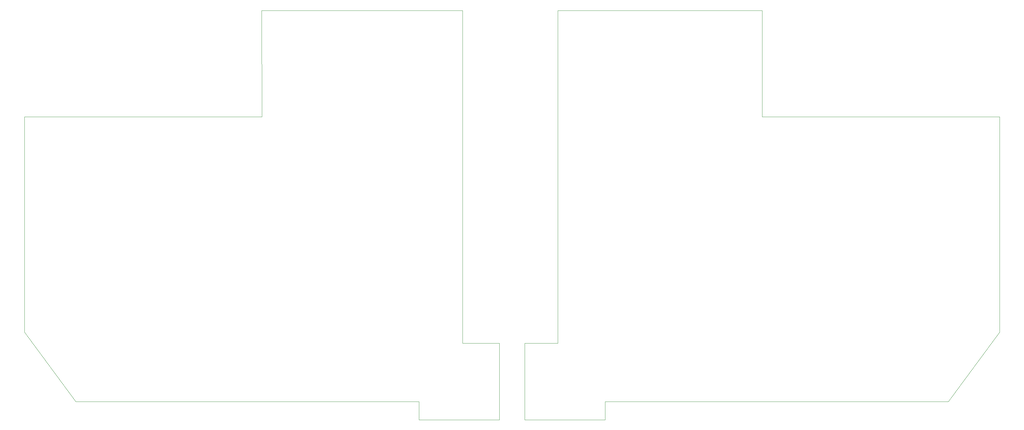
<source format=gko>
G04 #@! TF.GenerationSoftware,KiCad,Pcbnew,(5.1.2)-2*
G04 #@! TF.CreationDate,2020-04-10T00:12:26+09:00*
G04 #@! TF.ProjectId,original_keyboard,6f726967-696e-4616-9c5f-6b6579626f61,0.1*
G04 #@! TF.SameCoordinates,Original*
G04 #@! TF.FileFunction,Profile,NP*
%FSLAX46Y46*%
G04 Gerber Fmt 4.6, Leading zero omitted, Abs format (unit mm)*
G04 Created by KiCad (PCBNEW (5.1.2)-2) date 2020-04-10 00:12:26*
%MOMM*%
%LPD*%
G04 APERTURE LIST*
%ADD10C,0.050000*%
G04 APERTURE END LIST*
D10*
X269000000Y-156000000D02*
X283000000Y-137000000D01*
X266000000Y-156000000D02*
X269000000Y-156000000D01*
X283000000Y-137000000D02*
X283000000Y-134000000D01*
X162000000Y-48815830D02*
X162000000Y-140000000D01*
X162000000Y-48815830D02*
X218000000Y-48815830D01*
X218000000Y-48815830D02*
X218000000Y-78000000D01*
X175000000Y-161000000D02*
X175000000Y-156000000D01*
X283000000Y-78000000D02*
X283000000Y-134000000D01*
X175000000Y-156000000D02*
X266000000Y-156000000D01*
X153000000Y-140000000D02*
X162000000Y-140000000D01*
X153000000Y-161000000D02*
X175000000Y-161000000D01*
X153000000Y-140000000D02*
X153000000Y-161000000D01*
X218000000Y-78000000D02*
X283000000Y-78000000D01*
X81000000Y-48815830D02*
X80962840Y-48815830D01*
X146000000Y-140000000D02*
X136000000Y-140000000D01*
X136000000Y-48815830D02*
X136000000Y-140000000D01*
X136000000Y-48815830D02*
X81000000Y-48815830D01*
X30000000Y-156000000D02*
X124000000Y-156000000D01*
X30000000Y-156000000D02*
X16000000Y-137000000D01*
X16000000Y-78000000D02*
X16000000Y-137000000D01*
X146000000Y-158000000D02*
X146000000Y-140000000D01*
X146000000Y-161000000D02*
X146000000Y-158000000D01*
X124000000Y-161000000D02*
X146000000Y-161000000D01*
X124000000Y-156000000D02*
X124000000Y-161000000D01*
X81000000Y-78000000D02*
X16000000Y-78000000D01*
X80962840Y-48815830D02*
X81000000Y-78000000D01*
M02*

</source>
